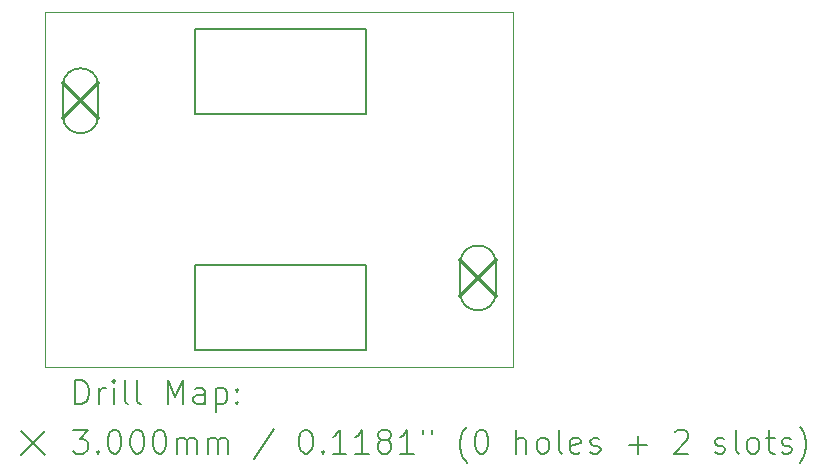
<source format=gbr>
%TF.GenerationSoftware,KiCad,Pcbnew,7.0.7-7.0.7~ubuntu22.04.1*%
%TF.CreationDate,2023-10-15T17:29:54+01:00*%
%TF.ProjectId,USB_distri,5553425f-6469-4737-9472-692e6b696361,rev?*%
%TF.SameCoordinates,Original*%
%TF.FileFunction,Drillmap*%
%TF.FilePolarity,Positive*%
%FSLAX45Y45*%
G04 Gerber Fmt 4.5, Leading zero omitted, Abs format (unit mm)*
G04 Created by KiCad (PCBNEW 7.0.7-7.0.7~ubuntu22.04.1) date 2023-10-15 17:29:54*
%MOMM*%
%LPD*%
G01*
G04 APERTURE LIST*
%ADD10C,0.150000*%
%ADD11C,0.100000*%
%ADD12C,0.200000*%
%ADD13C,0.300000*%
G04 APERTURE END LIST*
D10*
X13880000Y-10080000D02*
X15330000Y-10080000D01*
X15330000Y-10800000D01*
X13880000Y-10800000D01*
X13880000Y-10080000D01*
D11*
X12615000Y-9940000D02*
X16580000Y-9940000D01*
X16580000Y-12940000D01*
X12615000Y-12940000D01*
X12615000Y-9940000D01*
D10*
X13880000Y-12080000D02*
X15330000Y-12080000D01*
X15330000Y-12800000D01*
X13880000Y-12800000D01*
X13880000Y-12080000D01*
D12*
D13*
X12765000Y-10540000D02*
X13065000Y-10840000D01*
X13065000Y-10540000D02*
X12765000Y-10840000D01*
D12*
X13065000Y-10815000D02*
X13065000Y-10565000D01*
X13065000Y-10565000D02*
G75*
G03*
X12765000Y-10565000I-150000J0D01*
G01*
X12765000Y-10565000D02*
X12765000Y-10815000D01*
X12765000Y-10815000D02*
G75*
G03*
X13065000Y-10815000I150000J0D01*
G01*
D13*
X16130000Y-12040000D02*
X16430000Y-12340000D01*
X16430000Y-12040000D02*
X16130000Y-12340000D01*
D12*
X16430000Y-12315000D02*
X16430000Y-12065000D01*
X16430000Y-12065000D02*
G75*
G03*
X16130000Y-12065000I-150000J0D01*
G01*
X16130000Y-12065000D02*
X16130000Y-12315000D01*
X16130000Y-12315000D02*
G75*
G03*
X16430000Y-12315000I150000J0D01*
G01*
X12870777Y-13256484D02*
X12870777Y-13056484D01*
X12870777Y-13056484D02*
X12918396Y-13056484D01*
X12918396Y-13056484D02*
X12946967Y-13066008D01*
X12946967Y-13066008D02*
X12966015Y-13085055D01*
X12966015Y-13085055D02*
X12975539Y-13104103D01*
X12975539Y-13104103D02*
X12985062Y-13142198D01*
X12985062Y-13142198D02*
X12985062Y-13170769D01*
X12985062Y-13170769D02*
X12975539Y-13208865D01*
X12975539Y-13208865D02*
X12966015Y-13227912D01*
X12966015Y-13227912D02*
X12946967Y-13246960D01*
X12946967Y-13246960D02*
X12918396Y-13256484D01*
X12918396Y-13256484D02*
X12870777Y-13256484D01*
X13070777Y-13256484D02*
X13070777Y-13123150D01*
X13070777Y-13161246D02*
X13080301Y-13142198D01*
X13080301Y-13142198D02*
X13089824Y-13132674D01*
X13089824Y-13132674D02*
X13108872Y-13123150D01*
X13108872Y-13123150D02*
X13127920Y-13123150D01*
X13194586Y-13256484D02*
X13194586Y-13123150D01*
X13194586Y-13056484D02*
X13185062Y-13066008D01*
X13185062Y-13066008D02*
X13194586Y-13075531D01*
X13194586Y-13075531D02*
X13204110Y-13066008D01*
X13204110Y-13066008D02*
X13194586Y-13056484D01*
X13194586Y-13056484D02*
X13194586Y-13075531D01*
X13318396Y-13256484D02*
X13299348Y-13246960D01*
X13299348Y-13246960D02*
X13289824Y-13227912D01*
X13289824Y-13227912D02*
X13289824Y-13056484D01*
X13423158Y-13256484D02*
X13404110Y-13246960D01*
X13404110Y-13246960D02*
X13394586Y-13227912D01*
X13394586Y-13227912D02*
X13394586Y-13056484D01*
X13651729Y-13256484D02*
X13651729Y-13056484D01*
X13651729Y-13056484D02*
X13718396Y-13199341D01*
X13718396Y-13199341D02*
X13785062Y-13056484D01*
X13785062Y-13056484D02*
X13785062Y-13256484D01*
X13966015Y-13256484D02*
X13966015Y-13151722D01*
X13966015Y-13151722D02*
X13956491Y-13132674D01*
X13956491Y-13132674D02*
X13937443Y-13123150D01*
X13937443Y-13123150D02*
X13899348Y-13123150D01*
X13899348Y-13123150D02*
X13880301Y-13132674D01*
X13966015Y-13246960D02*
X13946967Y-13256484D01*
X13946967Y-13256484D02*
X13899348Y-13256484D01*
X13899348Y-13256484D02*
X13880301Y-13246960D01*
X13880301Y-13246960D02*
X13870777Y-13227912D01*
X13870777Y-13227912D02*
X13870777Y-13208865D01*
X13870777Y-13208865D02*
X13880301Y-13189817D01*
X13880301Y-13189817D02*
X13899348Y-13180293D01*
X13899348Y-13180293D02*
X13946967Y-13180293D01*
X13946967Y-13180293D02*
X13966015Y-13170769D01*
X14061253Y-13123150D02*
X14061253Y-13323150D01*
X14061253Y-13132674D02*
X14080301Y-13123150D01*
X14080301Y-13123150D02*
X14118396Y-13123150D01*
X14118396Y-13123150D02*
X14137443Y-13132674D01*
X14137443Y-13132674D02*
X14146967Y-13142198D01*
X14146967Y-13142198D02*
X14156491Y-13161246D01*
X14156491Y-13161246D02*
X14156491Y-13218388D01*
X14156491Y-13218388D02*
X14146967Y-13237436D01*
X14146967Y-13237436D02*
X14137443Y-13246960D01*
X14137443Y-13246960D02*
X14118396Y-13256484D01*
X14118396Y-13256484D02*
X14080301Y-13256484D01*
X14080301Y-13256484D02*
X14061253Y-13246960D01*
X14242205Y-13237436D02*
X14251729Y-13246960D01*
X14251729Y-13246960D02*
X14242205Y-13256484D01*
X14242205Y-13256484D02*
X14232682Y-13246960D01*
X14232682Y-13246960D02*
X14242205Y-13237436D01*
X14242205Y-13237436D02*
X14242205Y-13256484D01*
X14242205Y-13132674D02*
X14251729Y-13142198D01*
X14251729Y-13142198D02*
X14242205Y-13151722D01*
X14242205Y-13151722D02*
X14232682Y-13142198D01*
X14232682Y-13142198D02*
X14242205Y-13132674D01*
X14242205Y-13132674D02*
X14242205Y-13151722D01*
X12410000Y-13485000D02*
X12610000Y-13685000D01*
X12610000Y-13485000D02*
X12410000Y-13685000D01*
X12851729Y-13476484D02*
X12975539Y-13476484D01*
X12975539Y-13476484D02*
X12908872Y-13552674D01*
X12908872Y-13552674D02*
X12937443Y-13552674D01*
X12937443Y-13552674D02*
X12956491Y-13562198D01*
X12956491Y-13562198D02*
X12966015Y-13571722D01*
X12966015Y-13571722D02*
X12975539Y-13590769D01*
X12975539Y-13590769D02*
X12975539Y-13638388D01*
X12975539Y-13638388D02*
X12966015Y-13657436D01*
X12966015Y-13657436D02*
X12956491Y-13666960D01*
X12956491Y-13666960D02*
X12937443Y-13676484D01*
X12937443Y-13676484D02*
X12880301Y-13676484D01*
X12880301Y-13676484D02*
X12861253Y-13666960D01*
X12861253Y-13666960D02*
X12851729Y-13657436D01*
X13061253Y-13657436D02*
X13070777Y-13666960D01*
X13070777Y-13666960D02*
X13061253Y-13676484D01*
X13061253Y-13676484D02*
X13051729Y-13666960D01*
X13051729Y-13666960D02*
X13061253Y-13657436D01*
X13061253Y-13657436D02*
X13061253Y-13676484D01*
X13194586Y-13476484D02*
X13213634Y-13476484D01*
X13213634Y-13476484D02*
X13232682Y-13486008D01*
X13232682Y-13486008D02*
X13242205Y-13495531D01*
X13242205Y-13495531D02*
X13251729Y-13514579D01*
X13251729Y-13514579D02*
X13261253Y-13552674D01*
X13261253Y-13552674D02*
X13261253Y-13600293D01*
X13261253Y-13600293D02*
X13251729Y-13638388D01*
X13251729Y-13638388D02*
X13242205Y-13657436D01*
X13242205Y-13657436D02*
X13232682Y-13666960D01*
X13232682Y-13666960D02*
X13213634Y-13676484D01*
X13213634Y-13676484D02*
X13194586Y-13676484D01*
X13194586Y-13676484D02*
X13175539Y-13666960D01*
X13175539Y-13666960D02*
X13166015Y-13657436D01*
X13166015Y-13657436D02*
X13156491Y-13638388D01*
X13156491Y-13638388D02*
X13146967Y-13600293D01*
X13146967Y-13600293D02*
X13146967Y-13552674D01*
X13146967Y-13552674D02*
X13156491Y-13514579D01*
X13156491Y-13514579D02*
X13166015Y-13495531D01*
X13166015Y-13495531D02*
X13175539Y-13486008D01*
X13175539Y-13486008D02*
X13194586Y-13476484D01*
X13385062Y-13476484D02*
X13404110Y-13476484D01*
X13404110Y-13476484D02*
X13423158Y-13486008D01*
X13423158Y-13486008D02*
X13432682Y-13495531D01*
X13432682Y-13495531D02*
X13442205Y-13514579D01*
X13442205Y-13514579D02*
X13451729Y-13552674D01*
X13451729Y-13552674D02*
X13451729Y-13600293D01*
X13451729Y-13600293D02*
X13442205Y-13638388D01*
X13442205Y-13638388D02*
X13432682Y-13657436D01*
X13432682Y-13657436D02*
X13423158Y-13666960D01*
X13423158Y-13666960D02*
X13404110Y-13676484D01*
X13404110Y-13676484D02*
X13385062Y-13676484D01*
X13385062Y-13676484D02*
X13366015Y-13666960D01*
X13366015Y-13666960D02*
X13356491Y-13657436D01*
X13356491Y-13657436D02*
X13346967Y-13638388D01*
X13346967Y-13638388D02*
X13337443Y-13600293D01*
X13337443Y-13600293D02*
X13337443Y-13552674D01*
X13337443Y-13552674D02*
X13346967Y-13514579D01*
X13346967Y-13514579D02*
X13356491Y-13495531D01*
X13356491Y-13495531D02*
X13366015Y-13486008D01*
X13366015Y-13486008D02*
X13385062Y-13476484D01*
X13575539Y-13476484D02*
X13594586Y-13476484D01*
X13594586Y-13476484D02*
X13613634Y-13486008D01*
X13613634Y-13486008D02*
X13623158Y-13495531D01*
X13623158Y-13495531D02*
X13632682Y-13514579D01*
X13632682Y-13514579D02*
X13642205Y-13552674D01*
X13642205Y-13552674D02*
X13642205Y-13600293D01*
X13642205Y-13600293D02*
X13632682Y-13638388D01*
X13632682Y-13638388D02*
X13623158Y-13657436D01*
X13623158Y-13657436D02*
X13613634Y-13666960D01*
X13613634Y-13666960D02*
X13594586Y-13676484D01*
X13594586Y-13676484D02*
X13575539Y-13676484D01*
X13575539Y-13676484D02*
X13556491Y-13666960D01*
X13556491Y-13666960D02*
X13546967Y-13657436D01*
X13546967Y-13657436D02*
X13537443Y-13638388D01*
X13537443Y-13638388D02*
X13527920Y-13600293D01*
X13527920Y-13600293D02*
X13527920Y-13552674D01*
X13527920Y-13552674D02*
X13537443Y-13514579D01*
X13537443Y-13514579D02*
X13546967Y-13495531D01*
X13546967Y-13495531D02*
X13556491Y-13486008D01*
X13556491Y-13486008D02*
X13575539Y-13476484D01*
X13727920Y-13676484D02*
X13727920Y-13543150D01*
X13727920Y-13562198D02*
X13737443Y-13552674D01*
X13737443Y-13552674D02*
X13756491Y-13543150D01*
X13756491Y-13543150D02*
X13785063Y-13543150D01*
X13785063Y-13543150D02*
X13804110Y-13552674D01*
X13804110Y-13552674D02*
X13813634Y-13571722D01*
X13813634Y-13571722D02*
X13813634Y-13676484D01*
X13813634Y-13571722D02*
X13823158Y-13552674D01*
X13823158Y-13552674D02*
X13842205Y-13543150D01*
X13842205Y-13543150D02*
X13870777Y-13543150D01*
X13870777Y-13543150D02*
X13889824Y-13552674D01*
X13889824Y-13552674D02*
X13899348Y-13571722D01*
X13899348Y-13571722D02*
X13899348Y-13676484D01*
X13994586Y-13676484D02*
X13994586Y-13543150D01*
X13994586Y-13562198D02*
X14004110Y-13552674D01*
X14004110Y-13552674D02*
X14023158Y-13543150D01*
X14023158Y-13543150D02*
X14051729Y-13543150D01*
X14051729Y-13543150D02*
X14070777Y-13552674D01*
X14070777Y-13552674D02*
X14080301Y-13571722D01*
X14080301Y-13571722D02*
X14080301Y-13676484D01*
X14080301Y-13571722D02*
X14089824Y-13552674D01*
X14089824Y-13552674D02*
X14108872Y-13543150D01*
X14108872Y-13543150D02*
X14137443Y-13543150D01*
X14137443Y-13543150D02*
X14156491Y-13552674D01*
X14156491Y-13552674D02*
X14166015Y-13571722D01*
X14166015Y-13571722D02*
X14166015Y-13676484D01*
X14556491Y-13466960D02*
X14385063Y-13724103D01*
X14813634Y-13476484D02*
X14832682Y-13476484D01*
X14832682Y-13476484D02*
X14851729Y-13486008D01*
X14851729Y-13486008D02*
X14861253Y-13495531D01*
X14861253Y-13495531D02*
X14870777Y-13514579D01*
X14870777Y-13514579D02*
X14880301Y-13552674D01*
X14880301Y-13552674D02*
X14880301Y-13600293D01*
X14880301Y-13600293D02*
X14870777Y-13638388D01*
X14870777Y-13638388D02*
X14861253Y-13657436D01*
X14861253Y-13657436D02*
X14851729Y-13666960D01*
X14851729Y-13666960D02*
X14832682Y-13676484D01*
X14832682Y-13676484D02*
X14813634Y-13676484D01*
X14813634Y-13676484D02*
X14794586Y-13666960D01*
X14794586Y-13666960D02*
X14785063Y-13657436D01*
X14785063Y-13657436D02*
X14775539Y-13638388D01*
X14775539Y-13638388D02*
X14766015Y-13600293D01*
X14766015Y-13600293D02*
X14766015Y-13552674D01*
X14766015Y-13552674D02*
X14775539Y-13514579D01*
X14775539Y-13514579D02*
X14785063Y-13495531D01*
X14785063Y-13495531D02*
X14794586Y-13486008D01*
X14794586Y-13486008D02*
X14813634Y-13476484D01*
X14966015Y-13657436D02*
X14975539Y-13666960D01*
X14975539Y-13666960D02*
X14966015Y-13676484D01*
X14966015Y-13676484D02*
X14956491Y-13666960D01*
X14956491Y-13666960D02*
X14966015Y-13657436D01*
X14966015Y-13657436D02*
X14966015Y-13676484D01*
X15166015Y-13676484D02*
X15051729Y-13676484D01*
X15108872Y-13676484D02*
X15108872Y-13476484D01*
X15108872Y-13476484D02*
X15089825Y-13505055D01*
X15089825Y-13505055D02*
X15070777Y-13524103D01*
X15070777Y-13524103D02*
X15051729Y-13533627D01*
X15356491Y-13676484D02*
X15242206Y-13676484D01*
X15299348Y-13676484D02*
X15299348Y-13476484D01*
X15299348Y-13476484D02*
X15280301Y-13505055D01*
X15280301Y-13505055D02*
X15261253Y-13524103D01*
X15261253Y-13524103D02*
X15242206Y-13533627D01*
X15470777Y-13562198D02*
X15451729Y-13552674D01*
X15451729Y-13552674D02*
X15442206Y-13543150D01*
X15442206Y-13543150D02*
X15432682Y-13524103D01*
X15432682Y-13524103D02*
X15432682Y-13514579D01*
X15432682Y-13514579D02*
X15442206Y-13495531D01*
X15442206Y-13495531D02*
X15451729Y-13486008D01*
X15451729Y-13486008D02*
X15470777Y-13476484D01*
X15470777Y-13476484D02*
X15508872Y-13476484D01*
X15508872Y-13476484D02*
X15527920Y-13486008D01*
X15527920Y-13486008D02*
X15537444Y-13495531D01*
X15537444Y-13495531D02*
X15546967Y-13514579D01*
X15546967Y-13514579D02*
X15546967Y-13524103D01*
X15546967Y-13524103D02*
X15537444Y-13543150D01*
X15537444Y-13543150D02*
X15527920Y-13552674D01*
X15527920Y-13552674D02*
X15508872Y-13562198D01*
X15508872Y-13562198D02*
X15470777Y-13562198D01*
X15470777Y-13562198D02*
X15451729Y-13571722D01*
X15451729Y-13571722D02*
X15442206Y-13581246D01*
X15442206Y-13581246D02*
X15432682Y-13600293D01*
X15432682Y-13600293D02*
X15432682Y-13638388D01*
X15432682Y-13638388D02*
X15442206Y-13657436D01*
X15442206Y-13657436D02*
X15451729Y-13666960D01*
X15451729Y-13666960D02*
X15470777Y-13676484D01*
X15470777Y-13676484D02*
X15508872Y-13676484D01*
X15508872Y-13676484D02*
X15527920Y-13666960D01*
X15527920Y-13666960D02*
X15537444Y-13657436D01*
X15537444Y-13657436D02*
X15546967Y-13638388D01*
X15546967Y-13638388D02*
X15546967Y-13600293D01*
X15546967Y-13600293D02*
X15537444Y-13581246D01*
X15537444Y-13581246D02*
X15527920Y-13571722D01*
X15527920Y-13571722D02*
X15508872Y-13562198D01*
X15737444Y-13676484D02*
X15623158Y-13676484D01*
X15680301Y-13676484D02*
X15680301Y-13476484D01*
X15680301Y-13476484D02*
X15661253Y-13505055D01*
X15661253Y-13505055D02*
X15642206Y-13524103D01*
X15642206Y-13524103D02*
X15623158Y-13533627D01*
X15813634Y-13476484D02*
X15813634Y-13514579D01*
X15889825Y-13476484D02*
X15889825Y-13514579D01*
X16185063Y-13752674D02*
X16175539Y-13743150D01*
X16175539Y-13743150D02*
X16156491Y-13714579D01*
X16156491Y-13714579D02*
X16146968Y-13695531D01*
X16146968Y-13695531D02*
X16137444Y-13666960D01*
X16137444Y-13666960D02*
X16127920Y-13619341D01*
X16127920Y-13619341D02*
X16127920Y-13581246D01*
X16127920Y-13581246D02*
X16137444Y-13533627D01*
X16137444Y-13533627D02*
X16146968Y-13505055D01*
X16146968Y-13505055D02*
X16156491Y-13486008D01*
X16156491Y-13486008D02*
X16175539Y-13457436D01*
X16175539Y-13457436D02*
X16185063Y-13447912D01*
X16299348Y-13476484D02*
X16318396Y-13476484D01*
X16318396Y-13476484D02*
X16337444Y-13486008D01*
X16337444Y-13486008D02*
X16346968Y-13495531D01*
X16346968Y-13495531D02*
X16356491Y-13514579D01*
X16356491Y-13514579D02*
X16366015Y-13552674D01*
X16366015Y-13552674D02*
X16366015Y-13600293D01*
X16366015Y-13600293D02*
X16356491Y-13638388D01*
X16356491Y-13638388D02*
X16346968Y-13657436D01*
X16346968Y-13657436D02*
X16337444Y-13666960D01*
X16337444Y-13666960D02*
X16318396Y-13676484D01*
X16318396Y-13676484D02*
X16299348Y-13676484D01*
X16299348Y-13676484D02*
X16280301Y-13666960D01*
X16280301Y-13666960D02*
X16270777Y-13657436D01*
X16270777Y-13657436D02*
X16261253Y-13638388D01*
X16261253Y-13638388D02*
X16251729Y-13600293D01*
X16251729Y-13600293D02*
X16251729Y-13552674D01*
X16251729Y-13552674D02*
X16261253Y-13514579D01*
X16261253Y-13514579D02*
X16270777Y-13495531D01*
X16270777Y-13495531D02*
X16280301Y-13486008D01*
X16280301Y-13486008D02*
X16299348Y-13476484D01*
X16604110Y-13676484D02*
X16604110Y-13476484D01*
X16689825Y-13676484D02*
X16689825Y-13571722D01*
X16689825Y-13571722D02*
X16680301Y-13552674D01*
X16680301Y-13552674D02*
X16661253Y-13543150D01*
X16661253Y-13543150D02*
X16632682Y-13543150D01*
X16632682Y-13543150D02*
X16613634Y-13552674D01*
X16613634Y-13552674D02*
X16604110Y-13562198D01*
X16813634Y-13676484D02*
X16794587Y-13666960D01*
X16794587Y-13666960D02*
X16785063Y-13657436D01*
X16785063Y-13657436D02*
X16775539Y-13638388D01*
X16775539Y-13638388D02*
X16775539Y-13581246D01*
X16775539Y-13581246D02*
X16785063Y-13562198D01*
X16785063Y-13562198D02*
X16794587Y-13552674D01*
X16794587Y-13552674D02*
X16813634Y-13543150D01*
X16813634Y-13543150D02*
X16842206Y-13543150D01*
X16842206Y-13543150D02*
X16861253Y-13552674D01*
X16861253Y-13552674D02*
X16870777Y-13562198D01*
X16870777Y-13562198D02*
X16880301Y-13581246D01*
X16880301Y-13581246D02*
X16880301Y-13638388D01*
X16880301Y-13638388D02*
X16870777Y-13657436D01*
X16870777Y-13657436D02*
X16861253Y-13666960D01*
X16861253Y-13666960D02*
X16842206Y-13676484D01*
X16842206Y-13676484D02*
X16813634Y-13676484D01*
X16994587Y-13676484D02*
X16975539Y-13666960D01*
X16975539Y-13666960D02*
X16966015Y-13647912D01*
X16966015Y-13647912D02*
X16966015Y-13476484D01*
X17146968Y-13666960D02*
X17127920Y-13676484D01*
X17127920Y-13676484D02*
X17089825Y-13676484D01*
X17089825Y-13676484D02*
X17070777Y-13666960D01*
X17070777Y-13666960D02*
X17061253Y-13647912D01*
X17061253Y-13647912D02*
X17061253Y-13571722D01*
X17061253Y-13571722D02*
X17070777Y-13552674D01*
X17070777Y-13552674D02*
X17089825Y-13543150D01*
X17089825Y-13543150D02*
X17127920Y-13543150D01*
X17127920Y-13543150D02*
X17146968Y-13552674D01*
X17146968Y-13552674D02*
X17156492Y-13571722D01*
X17156492Y-13571722D02*
X17156492Y-13590769D01*
X17156492Y-13590769D02*
X17061253Y-13609817D01*
X17232682Y-13666960D02*
X17251730Y-13676484D01*
X17251730Y-13676484D02*
X17289825Y-13676484D01*
X17289825Y-13676484D02*
X17308873Y-13666960D01*
X17308873Y-13666960D02*
X17318396Y-13647912D01*
X17318396Y-13647912D02*
X17318396Y-13638388D01*
X17318396Y-13638388D02*
X17308873Y-13619341D01*
X17308873Y-13619341D02*
X17289825Y-13609817D01*
X17289825Y-13609817D02*
X17261253Y-13609817D01*
X17261253Y-13609817D02*
X17242206Y-13600293D01*
X17242206Y-13600293D02*
X17232682Y-13581246D01*
X17232682Y-13581246D02*
X17232682Y-13571722D01*
X17232682Y-13571722D02*
X17242206Y-13552674D01*
X17242206Y-13552674D02*
X17261253Y-13543150D01*
X17261253Y-13543150D02*
X17289825Y-13543150D01*
X17289825Y-13543150D02*
X17308873Y-13552674D01*
X17556492Y-13600293D02*
X17708873Y-13600293D01*
X17632682Y-13676484D02*
X17632682Y-13524103D01*
X17946968Y-13495531D02*
X17956492Y-13486008D01*
X17956492Y-13486008D02*
X17975539Y-13476484D01*
X17975539Y-13476484D02*
X18023158Y-13476484D01*
X18023158Y-13476484D02*
X18042206Y-13486008D01*
X18042206Y-13486008D02*
X18051730Y-13495531D01*
X18051730Y-13495531D02*
X18061254Y-13514579D01*
X18061254Y-13514579D02*
X18061254Y-13533627D01*
X18061254Y-13533627D02*
X18051730Y-13562198D01*
X18051730Y-13562198D02*
X17937444Y-13676484D01*
X17937444Y-13676484D02*
X18061254Y-13676484D01*
X18289825Y-13666960D02*
X18308873Y-13676484D01*
X18308873Y-13676484D02*
X18346968Y-13676484D01*
X18346968Y-13676484D02*
X18366016Y-13666960D01*
X18366016Y-13666960D02*
X18375539Y-13647912D01*
X18375539Y-13647912D02*
X18375539Y-13638388D01*
X18375539Y-13638388D02*
X18366016Y-13619341D01*
X18366016Y-13619341D02*
X18346968Y-13609817D01*
X18346968Y-13609817D02*
X18318396Y-13609817D01*
X18318396Y-13609817D02*
X18299349Y-13600293D01*
X18299349Y-13600293D02*
X18289825Y-13581246D01*
X18289825Y-13581246D02*
X18289825Y-13571722D01*
X18289825Y-13571722D02*
X18299349Y-13552674D01*
X18299349Y-13552674D02*
X18318396Y-13543150D01*
X18318396Y-13543150D02*
X18346968Y-13543150D01*
X18346968Y-13543150D02*
X18366016Y-13552674D01*
X18489825Y-13676484D02*
X18470777Y-13666960D01*
X18470777Y-13666960D02*
X18461254Y-13647912D01*
X18461254Y-13647912D02*
X18461254Y-13476484D01*
X18594587Y-13676484D02*
X18575539Y-13666960D01*
X18575539Y-13666960D02*
X18566016Y-13657436D01*
X18566016Y-13657436D02*
X18556492Y-13638388D01*
X18556492Y-13638388D02*
X18556492Y-13581246D01*
X18556492Y-13581246D02*
X18566016Y-13562198D01*
X18566016Y-13562198D02*
X18575539Y-13552674D01*
X18575539Y-13552674D02*
X18594587Y-13543150D01*
X18594587Y-13543150D02*
X18623158Y-13543150D01*
X18623158Y-13543150D02*
X18642206Y-13552674D01*
X18642206Y-13552674D02*
X18651730Y-13562198D01*
X18651730Y-13562198D02*
X18661254Y-13581246D01*
X18661254Y-13581246D02*
X18661254Y-13638388D01*
X18661254Y-13638388D02*
X18651730Y-13657436D01*
X18651730Y-13657436D02*
X18642206Y-13666960D01*
X18642206Y-13666960D02*
X18623158Y-13676484D01*
X18623158Y-13676484D02*
X18594587Y-13676484D01*
X18718397Y-13543150D02*
X18794587Y-13543150D01*
X18746968Y-13476484D02*
X18746968Y-13647912D01*
X18746968Y-13647912D02*
X18756492Y-13666960D01*
X18756492Y-13666960D02*
X18775539Y-13676484D01*
X18775539Y-13676484D02*
X18794587Y-13676484D01*
X18851730Y-13666960D02*
X18870777Y-13676484D01*
X18870777Y-13676484D02*
X18908873Y-13676484D01*
X18908873Y-13676484D02*
X18927920Y-13666960D01*
X18927920Y-13666960D02*
X18937444Y-13647912D01*
X18937444Y-13647912D02*
X18937444Y-13638388D01*
X18937444Y-13638388D02*
X18927920Y-13619341D01*
X18927920Y-13619341D02*
X18908873Y-13609817D01*
X18908873Y-13609817D02*
X18880301Y-13609817D01*
X18880301Y-13609817D02*
X18861254Y-13600293D01*
X18861254Y-13600293D02*
X18851730Y-13581246D01*
X18851730Y-13581246D02*
X18851730Y-13571722D01*
X18851730Y-13571722D02*
X18861254Y-13552674D01*
X18861254Y-13552674D02*
X18880301Y-13543150D01*
X18880301Y-13543150D02*
X18908873Y-13543150D01*
X18908873Y-13543150D02*
X18927920Y-13552674D01*
X19004111Y-13752674D02*
X19013635Y-13743150D01*
X19013635Y-13743150D02*
X19032682Y-13714579D01*
X19032682Y-13714579D02*
X19042206Y-13695531D01*
X19042206Y-13695531D02*
X19051730Y-13666960D01*
X19051730Y-13666960D02*
X19061254Y-13619341D01*
X19061254Y-13619341D02*
X19061254Y-13581246D01*
X19061254Y-13581246D02*
X19051730Y-13533627D01*
X19051730Y-13533627D02*
X19042206Y-13505055D01*
X19042206Y-13505055D02*
X19032682Y-13486008D01*
X19032682Y-13486008D02*
X19013635Y-13457436D01*
X19013635Y-13457436D02*
X19004111Y-13447912D01*
M02*

</source>
